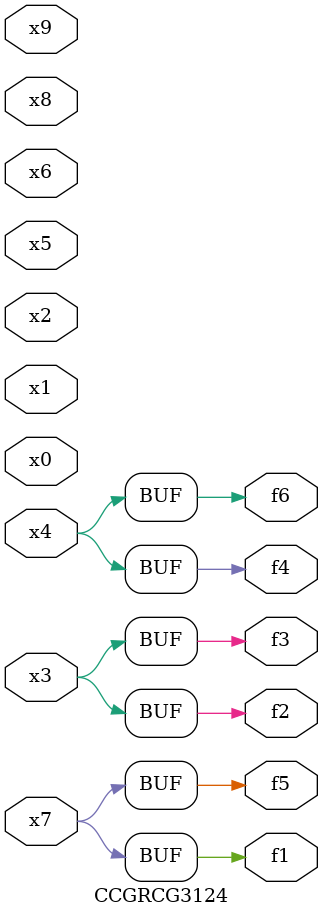
<source format=v>
module CCGRCG3124(
	input x0, x1, x2, x3, x4, x5, x6, x7, x8, x9,
	output f1, f2, f3, f4, f5, f6
);
	assign f1 = x7;
	assign f2 = x3;
	assign f3 = x3;
	assign f4 = x4;
	assign f5 = x7;
	assign f6 = x4;
endmodule

</source>
